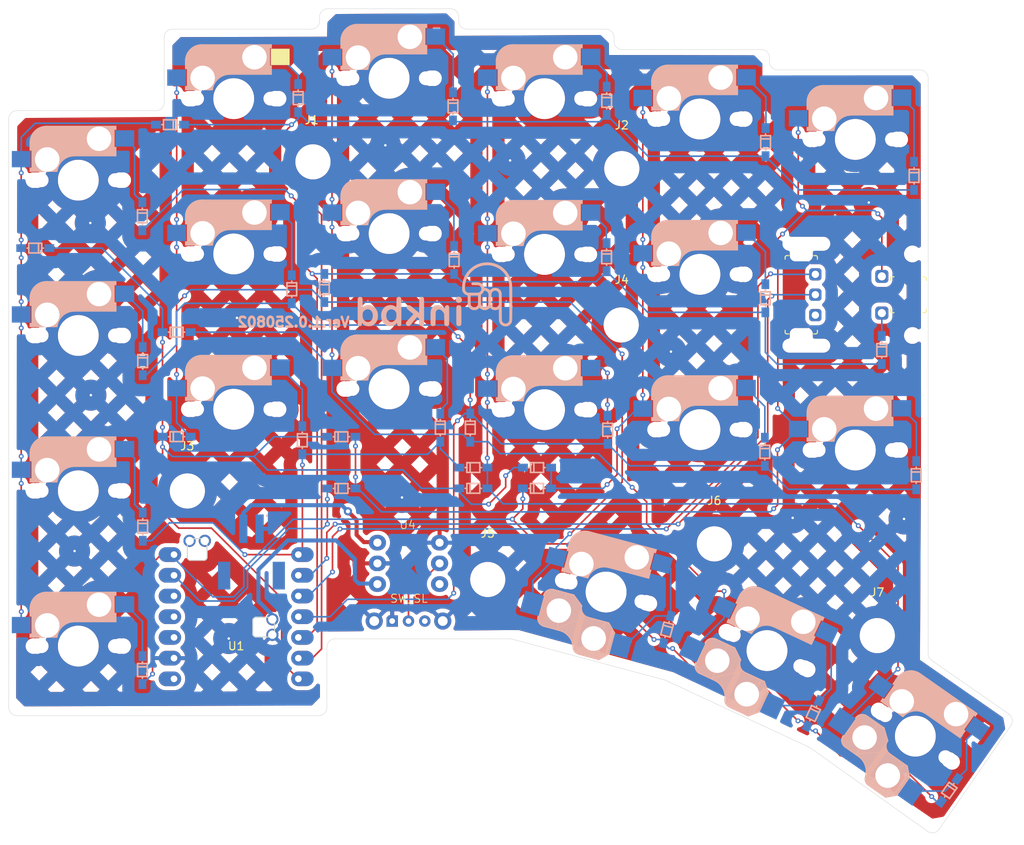
<source format=kicad_pcb>
(kicad_pcb (version 20241229) (generator "pcbnew") (generator_version "9.0")
  (layers (0 "F.Cu" signal) (2 "B.Cu" signal) (13 "F.Paste" user) (15 "B.Paste" user) (5 "F.SilkS" user "F.Silkscreen") (7 "B.SilkS" user "B.Silkscreen") (1 "F.Mask" user) (3 "B.Mask" user) (25 "Edge.Cuts" user))
  (net 0 "")
  (net 1 "GND")
  (net 2 "Vout")
  (net 3 "RE_B")
  (net 4 "IO2")
  (net 5 "INTR")
  (net 6 "Bat")
  (net 7 "IO1")
  (net 8 "IO3")
  (net 9 "Net-(D24-K)")
  (net 10 "Net-(D30-K)")
  (net 11 "IO4")
  (net 12 "Net-(D40-K)")
  (net 13 "IO6")
  (net 14 "x")
  (net 15 "EN")
  (net 18 "3.3V")
  (net 21 "VCC")
  (net 23 "Net-(D02-K)")
  (net 24 "Net-(D03-K)")
  (net 25 "Net-(DI1-A)")
  (net 26 "Net-(DI2-A)")
  (net 27 "Net-(DI3-A)")
  (net 28 "Net-(DI4-A)")
  (net 29 "Net-(DI5-A)")
  (net 30 "Net-(DI6-A)")
  (net 31 "Net-(D04-K)")
  (net 32 "Net-(D05-K)")
  (net 33 "Net-(D10-K)")
  (net 34 "Net-(D12-K)")
  (net 35 "Net-(D13-K)")
  (net 36 "Net-(D14-K)")
  (net 37 "Net-(D15-K)")
  (net 38 "Net-(D20-K)")
  (net 39 "Net-(D25-K)")
  (net 40 "IO5")
  (net 41 "Net-(D01-K)")
  (net 42 "Net-(D21-K)")
  (net 43 "Net-(D23-K)")
  (net 44 "Net-(D31-K)")
  (net 45 "Net-(D32-K)")
  (net 46 "Net-(D41-K)")
  (net 47 "Net-(D42-K)")
  (net 48 "Net-(D43-K)")
  (net 49 "RE_A")
  (footprint "_kicad_footprints:SW_MX" (layer "F.Cu") (at 176.93 60.697797 180)
    (property "Reference" "SW" (hide yes))
    (property "Value" "SW_PUSH" (hide yes))
  )
  (footprint "roBa:Diode_SMD" (layer "F.Cu") (at 165.5 55.709675 -90)
    (property "Reference" "D03")
    (property "Value" "1N4148" (hide yes))
  )
  (footprint "roBa:Diode_SMD" (layer "F.Cu") (at 154.173438 106.0228)
    (property "Reference" "DS5")
    (property "Value" "1N4148" (hide yes))
  )
  (footprint "_kicad_footprints:SW_MX" (layer "F.Cu") (at 119.78001 58.1978 180)
    (property "Reference" "SW" (hide yes))
    (property "Value" "SW_PUSH" (hide yes))
  )
  (footprint "roBa:Diode_SMD" (layer "F.Cu") (at 109.996875 99.6828)
    (property "Reference" "DI2")
    (property "Value" "1N4148" (hide yes))
  )
  (footprint "_kicad_footprints:SW_MX" (layer "F.Cu") (at 138.83 93.7978 180)
    (property "Reference" "SW" (hide yes))
    (property "Value" "SW_PUSH" (hide yes))
  )
  (footprint "roBa:Diode_SMD" (layer "F.Cu") (at 148.78 95.796238 -90)
    (property "Reference" "DS3")
    (property "Value" "1N4148" (hide yes))
  )
  (footprint "_kicad_footprints:SW_MX" (layer "F.Cu") (at 100.73 68.19784 180)
    (property "Reference" "SW" (hide yes))
    (property "Value" "SW_PUSH" (hide yes))
  )
  (footprint "_kicad_footprints:SW_MX" (layer "F.Cu") (at 119.78 96.2978 180)
    (property "Reference" "SW" (hide yes))
    (property "Value" "SW_PUSH" (hide yes))
  )
  (footprint "roBa:Diode_SMD" (layer "F.Cu") (at 145.1 95.796238 -90)
    (property "Reference" "D32")
    (property "Value" "1N4148" (hide yes))
  )
  (footprint "MountingHole:MountingHole_4.3mm_M4" (layer "F.Cu") (at 129.56 65.9728 180)
    (property "Reference" "J1" (hide yes))
    (property "Value" "Conn_01x01-Connector_Generic" (hide yes))
  )
  (footprint "MountingHole:MountingHole_4.3mm_M4" (layer "F.Cu") (at 178.7 112.8328)
    (property "Reference" "J6")
    (property "Value" "Conn_01x01-Connector_Generic" (hide yes))
  )
  (footprint "THQWGD001:THQWGD001C [4pin] #1_1" (layer "F.Cu") (at 195.98 82.2728)
    (property "Reference" "REF**" (hide yes))
    (property "Value" "THQWGD001 with Click #1" (hide yes))
  )
  (footprint "_kicad_footprints:SW_MX" (layer "F.Cu") (at 157.88 96.3478 180)
    (property "Reference" "SW" (hide yes))
    (property "Value" "SW_PUSH" (hide yes))
  )
  (footprint "roBa:Diode_SMD" (layer "F.Cu") (at 130.89 78.669675 -90)
    (property "Reference" "DS2")
    (property "Value" "1N4148" (hide yes))
  )
  (footprint "roBa:Diode_SMD" (layer "F.Cu") (at 203.44 101.636238 -90)
    (property "Reference" "D25")
    (property "Value" "1N4148" (hide yes))
  )
  (footprint "roBa:Diode_SMD" (layer "F.Cu") (at 108.63 107.949675 -90)
    (property "Reference" "D30")
    (property "Value" "1N4148" (hide yes))
  )
  (footprint "_kicad_footprints:SW_MX" (layer "F.Cu") (at 157.88 58.1978 180)
    (property "Reference" "SW" (hide yes))
    (property "Value" "SW_PUSH" (hide yes))
  )
  (footprint "roBa:Diode_SMD" (layer "F.Cu") (at 108.62 87.632515 -90)
    (property "Reference" "D20")
    (property "Value" "1N4148" (hide yes))
  )
  (footprint "roBa:Diode_SMD" (layer "F.Cu") (at 146.660015 56.397484 -90)
    (property "Reference" "D02")
    (property "Value" "1N4148" (hide yes))
  )
  (footprint "_kicad_footprints:SW_MX" (layer "F.Cu") (at 195.98 101.297817 180)
    (property "Reference" "SW" (hide yes))
    (property "Value" "SW_PUSH" (hide yes))
  )
  (footprint "roBa:Diode_SMD" (layer "F.Cu") (at 191.998585 131.114928 -115)
    (property "Reference" "D42")
    (property "Value" "1N4148" (hide yes))
  )
  (footprint "roBa:Diode_SMD" (layer "F.Cu") (at 199.22 86.279675 -90)
    (property "Reference" "D15")
    (property "Value" "1N4148" (hide yes))
  )
  (footprint "roBa:Diode_SMD" (layer "F.Cu") (at 173.619032 120.66171 -105)
    (property "Reference" "D41")
    (property "Value" "1N4148" (hide yes))
  )
  (footprint "roBa:Diode_SMD" (layer "F.Cu") (at 128.19 97.346238 -90)
    (property "Reference" "D31")
    (property "Value" "1N4148" (hide yes))
  )
  (footprint "_kicad_footprints:SW_MX" (layer "F.Cu") (at 195.98 63.197804 180)
    (property "Reference" "SW" (hide yes))
    (property "Value" "SW_PUSH" (hide yes))
  )
  (footprint "roBa:Diode_SMD" (layer "F.Cu") (at 108.58 69.869675 -90)
    (property "Reference" "D10")
    (property "Value" "1N4148" (hide yes))
  )
  (footprint "_kicad_footprints:SW_MX" (layer "F.Cu") (at 176.93 98.79781 180)
    (property "Reference" "SW" (hide yes))
    (property "Value" "SW_PUSH" (hide yes))
  )
  (footprint "roBa:Diode_SMD" (layer "F.Cu") (at 184.98 60.778778 -90)
    (property "Reference" "D04")
    (property "Value" "1N4148" (hide yes))
  )
  (footprint "_kicad_footprints:SW_MX_Choc" (layer "F.Cu") (at 165.43 118.716394 165)
    (property "Reference" "SW" (hide yes))
    (property "Value" "SW_PUSH" (hide yes))
  )
  (footprint "roBa:XIAO_nRF52840_wBAT_wNFC_1" (layer "F.Cu") (at 120.079993 132.269999 180)
    (property "Reference" "U1")
    (property "Value" "~" (hide yes))
    (fp_line (start 5.985247 17.791753) (end 5.985247 19.391953) (stroke (width 0.12)) (layer "Edge.Cuts"))
    (fp_line (start 5.299447 20.077753) (end 4.258047 20.077753) (stroke (width 0.12)) (layer "Edge.Cuts"))
    (fp_line (start 3.953247 17.410753) (end 5.604247 17.410753) (stroke (width 0.12)) (layer "Edge.Cuts"))
    (fp_line (start 3.572247 19.391953) (end 3.572247 17.791753) (stroke (width 0.12)) (layer "Edge.Cuts"))
    (fp_line (start -2.040753 8.403247) (end -2.040753 10.054247) (stroke (width 0.12)) (layer "Edge.Cuts"))
    (fp_line (start -2.421753 10.435247) (end -4.021953 10.435247) (stroke (width 0.12)) (layer "Edge.Cuts"))
    (fp_line (start -4.021953 8.022247) (end -2.421753 8.022247) (stroke (width 0.12)) (layer "Edge.Cuts"))
    (fp_line (start -4.707753 9.749447) (end -4.707753 8.708047) (stroke (width 0.12)) (layer "Edge.Cuts"))
    (fp_arc (start 5.604247 17.410753) (mid 5.873656 17.522344) (end 5.985247 17.791753) (stroke (width 0.12)) (layer "Edge.Cuts"))
    (fp_arc (start 5.299447 20.077753) (mid 5.38164 19.474141) (end 5.985247 19.391953) (stroke (width 0.12)) (layer "Edge.Cuts"))
    (fp_arc (start 3.572247 19.391953) (mid 4.175856 19.474144) (end 4.258047 20.077753) (stroke (width 0.12)) (layer "Edge.Cuts"))
    (fp_arc (start 3.572247 17.791753) (mid 3.683838 17.522342) (end 3.953247 17.410753) (stroke (width 0.12)) (layer "Edge.Cuts"))
    (fp_arc (start -2.040753 10.054247) (mid -2.152344 10.323656) (end -2.421753 10.435247) (stroke (width 0.12)) (layer "Edge.Cuts"))
    (fp_arc (start -2.421753 8.022247) (mid -2.152343 8.133837) (end -2.040753 8.403247) (stroke (width 0.12)) (layer "Edge.Cuts"))
    (fp_arc (start -4.021953 8.022247) (mid -4.104144 8.625856) (end -4.707753 8.708047) (stroke (width 0.12)) (layer "Edge.Cuts"))
    (fp_arc (start -4.707753 9.749447) (mid -4.104144 9.831638) (end -4.021953 10.435247) (stroke (width 0.12)) (layer "Edge.Cuts"))
  )
  (footprint "roBa:Diode_SMD" (layer "F.Cu") (at 203.18 64.916238 -90)
    (property "Reference" "D05")
    (property "Value" "1N4148" (hide yes))
  )
  (footprint "roBa:Diode_SMD" (layer "F.Cu") (at 184.89 98.758778 -90)
    (property "Reference" "D24")
    (property "Value" "1N4148" (hide yes))
  )
  (footprint "roBa:Diode_SMD" (layer "F.Cu") (at 130.196875 99.6928)
    (property "Reference" "DI6")
    (property "Value" "1N4148" (hide yes))
  )
  (footprint "_kicad_footprints:SW_MX" (layer "F.Cu") (at 176.93 79.74781 180)
    (property "Reference" "SW" (hide yes))
    (property "Value" "SW_PUSH" (hide yes))
  )
  (footprint "MountingHole:MountingHole_4.3mm_M4" (layer "F.Cu") (at 114.1 106.3428 180)
    (property "Reference" "J3")
    (property "Value" "Conn_01x01-Connector_Generic" (hide yes))
  )
  (footprint "roBa:Diode_SMD" (layer "F.Cu") (at 109.996875 86.8628)
    (property "Reference" "DI3")
    (property "Value" "1N4148" (hide yes))
  )
  (footprint "roBa:Diode_SMD" (layer "F.Cu") (at 165.62 96.057475 -90)
    (property "Reference" "D23")
    (property "Value" "1N4148" (hide yes))
  )
  (footprint "roBa:Diode_SMD" (layer "F.Cu") (at 146.376875 103.4728)
    (property "Reference" "DS4")
    (property "Value" "1N4148" (hide yes))
  )
  (footprint "roBa:Diode_SMD" (layer "F.Cu") (at 114.746563 61.4128 180)
    (property "Reference" "DS1")
    (property "Value" "1N4148" (hide yes))
  )
  (footprint "_kicad_footprints:SW_MX" (layer "F.Cu") (at 157.88 77.2978 180)
    (property "Reference" "SW" (hide yes))
    (property "Value" "SW_PUSH" (hide yes))
  )
  (footprint "roBa:Diode_SMD" (layer "F.Cu") (at 127.68 55.379675 -90)
    (property "Reference" "D01")
    (property "Value" "1N4148" (hide yes))
  )
  (footprint "roBa:Diode_SMD" (layer "F.Cu") (at 165.49 74.889675 -90)
    (property "Reference" "D13")
    (property "Value" "1N4148" (hide yes))
  )
  (footprint "_kicad_footprints:SW_MX" (layer "F.Cu") (at 119.780005 77.2478 180)
    (property "Reference" "SW" (hide yes))
    (property "Value" "SW_PUSH" (hide yes))
  )
  (footprint "_kicad_footprints:SW_MX" (layer "F.Cu") (at 138.83 74.747805 180)
    (property "Reference" "SW" (hide yes))
    (property "Value" "SW_PUSH" (hide yes))
  )
  (footprint "_kicad_footprints:SW_MX" (layer "F.Cu") (at 100.73 106.29784 180)
    (property "Reference" "SW" (hide yes))
    (property "Value" "SW_PUSH" (hide yes))
  )
  (footprint "pinkeybd:SW_Slide_SK-12D11VG3" (layer "F.Cu") (at 141.205 122.3007)
    (property "Reference" "SW_SL")
    (property "Value" "SK-12D11VG3")
  )
  (footprint "roBa:Diode_SMD" (layer "F.Cu") (at 130.206875 106.0328)
    (property "Reference" "DS6")
    (property "Value" "1N4148" (hide yes))
  )
  (footprint "MountingHole:MountingHole_4.3mm_M4" (layer "F.Cu") (at 167.35 66.8028 180)
    (property "Reference" "J2")
    (property "Value" "Conn_01x01-Connector_Generic" (hide yes))
  )
  (footprint "roBa:Diode_SMD" (layer "F.Cu") (at 146.8 75.234043 -90)
    (property "Reference" "D12")
    (property "Value" "1N4148" (hide yes))
  )
  (footprint "roBa:Diode_SMD" (layer "F.Cu") (at 154.186875 103.4728)
    (property "Reference" "DI5")
    (property "Value" "1N4148" (hide yes))
  )
  (footprint "pinkeybd:dcdc_upconv_bottom" (layer "F.Cu") (at 141.205 119.9757 180)
    (property "Reference" "U4")
    (property "Value" "~" (hide yes))
  )
  (footprint "roBa:Diode_SMD" (layer "F.Cu") (at 184.95 79.928778 -90)
    (property "Reference" "D14")
    (property "Value" "1N4148" (hide yes))
  )
  (footprint "roBa:Diode_SMD" (layer "F.Cu") (at 126.9 78.826238 -90)
    (property "Reference" "D21")
    (property "Value" "1N4148" (hide yes))
  )
  (footprint "MountingHole:MountingHole_4.3mm_M4" (layer "F.Cu") (at 167.35 85.9828 180)
    (property "Reference" "J4" (hide yes))
    (property "Value" "Conn_01x01-Connector_Generic" (hide yes))
  )
  (footprint "roBa:Diode_SMD" (layer "F.Cu") (at 98.233125 76.5528 180)
    (property "Reference" "DI1")
    (property "Value" "1N4148" (hide yes))
  )
  (footprint "_kicad_footprints:SW_MX" (layer "F.Cu") (at 100.73 87.24784 180)
    (property "Reference" "SW" (hide yes))
    (property "Value" "SW_PUSH" (hide yes))
  )
  (footprint "_kicad_footprints:SW_MX_Choc" (layer "F.Cu") (at 185.163545 125.898817 155)
    (property "Reference" "SW" (hide yes))
    (property "Value" "SW_PUSH" (hide yes))
  )
  (footprint "_kicad_footprints:SW_MX_Choc" (layer "F.Cu") (at 203.350078 136.398817 145)
    (property "Reference" "SW" (hide yes))
    (property "Value" "SW_PUSH" (hide yes))
  )
  (footprint "MountingHole:MountingHole_4.3mm_M4" (layer "F.Cu") (at 198.67 124.0828)
    (property "Reference" "J7")
    (property "Value" "Conn_01x01-Connector_Generic" (hide yes))
  )
  (footprint "roBa:Diode_SMD" (layer "F.Cu") (at 146.376875 106.0228)
    (property "Reference" "DI4")
    (property "Value" "1N4148" (hide yes))
  )
  (footprint "roBa:Diode_SMD" (layer "F.Cu") (at 108.59 125.53334 -90)
    (property "Reference" "D40")
    (property "Value" "1N4148" (hide yes))
  )
  (footprint "roBa:Diode_SMD" (layer "F.Cu") (at 209.093065 140.791458 -125)
    (property "Reference" "D43")
    (property "Value" "1N4148" (hide yes))
  )
  (footprint "_kicad_footprints:SW_MX" (layer "F.Cu") (at 100.73 125.34784 180)
    (property "Reference" "SW" (hide yes))
    (property "Value" "SW_PUSH" (hide yes))
  )
  (footprint "_kicad_footprints:SW_MX" (layer "F.Cu") (at 138.830015 55.697809 180)
    (property "Reference" "SW" (hide yes))
    (property "Value" "SW_PUSH" (hide yes))
  )
  (footprint "MountingHole:MountingHole_4.3mm_M4" (layer "F.Cu") (at 150.92 117.2028 180)
    (property "Reference" "J5")
    (property "Value" "Conn_01x01-Connector_Generic" (hide yes))
  )
  (footprint "roBa:JST_S2B-PH-SM4-TB" (layer "B.Cu") (at 121.959 110.975)
    (property "Reference" "BT1" (hide yes))
    (property "Value" "BATT")
  )
  (footprint "pinkeybd:Pinkbd_logo_footprint" (layer "B.Cu") (at 144.28049 82.157084 180)
    (property "Reference" "G***" (hide yes))
    (property "Value" "LOGO" (hide yes))
  )
  (gr_line (start 172.658721 129.540211) (end 190.317466 137.774256) (stroke (width 0.05)) (layer "Edge.Cuts"))
  (gr_line (start 166.405 50.697867) (end 166.405 51.197867) (stroke (width 0.05)) (layer "Edge.Cuts"))
  (gr_line (start 112.255 49.697867) (end 129.305 49.697867) (stroke (width 0.05)) (layer "Edge.Cuts"))
  (gr_arc (start 92.205 60.697867) (mid 92.497905 59.990782) (end 93.205 59.697867) (stroke (width 0.05)) (layer "Edge.Cuts"))
  (gr_arc (start 111.255 50.697867) (mid 111.547905 49.990782) (end 112.255 49.697867) (stroke (width 0.05)) (layer "Edge.Cuts"))
  (gr_arc (start 203.905 54.697867) (mid 204.612118 54.990758) (end 204.905 55.697867) (stroke (width 0.05)) (layer "Edge.Cuts"))
  (gr_arc (start 205.337711 127.120864) (mid 205.019746 126.762489) (end 204.905 126.297345) (stroke (width 0.05)) (layer "Edge.Cuts"))
  (gr_line (start 132.205 124.475734) (end 153.626183 124.475734) (stroke (width 0.05)) (layer "Edge.Cuts"))
  (gr_line (start 204.905 55.697867) (end 204.905 126.297345) (stroke (width 0.05)) (layer "Edge.Cuts"))
  (gr_arc (start 167.405 52.197867) (mid 166.697905 51.904972) (end 166.405 51.197867) (stroke (width 0.05)) (layer "Edge.Cuts"))
  (gr_arc (start 93.205 133.89784) (mid 92.497893 133.604947) (end 92.205 132.89784) (stroke (width 0.05)) (layer "Edge.Cuts"))
  (gr_arc (start 130.305 48.197867) (mid 130.597893 47.49076) (end 131.305 47.197867) (stroke (width 0.05)) (layer "Edge.Cuts"))
  (gr_arc (start 131.205 132.89784) (mid 130.912107 133.604947) (end 130.205 133.89784) (stroke (width 0.05)) (layer "Edge.Cuts"))
  (gr_line (start 153.885002 124.509808) (end 172.658721 129.540211) (stroke (width 0.05)) (layer "Edge.Cuts"))
  (gr_line (start 131.205 132.89784) (end 131.205 125.475734) (stroke (width 0.05)) (layer "Edge.Cuts"))
  (gr_arc (start 165.405 49.697867) (mid 166.112118 49.990758) (end 166.405 50.697867) (stroke (width 0.05)) (layer "Edge.Cuts"))
  (gr_line (start 148.355 49.697867) (end 165.405 49.697867) (stroke (width 0.05)) (layer "Edge.Cuts"))
  (gr_line (start 185.455 53.197867) (end 185.455 53.697867) (stroke (width 0.05)) (layer "Edge.Cuts"))
  (gr_line (start 186.455 54.697867) (end 203.905 54.697867) (stroke (width 0.05)) (layer "Edge.Cuts"))
  (gr_arc (start 131.205 125.475734) (mid 131.497893 124.768627) (end 132.205 124.475734) (stroke (width 0.05)) (layer "Edge.Cuts"))
  (gr_line (start 93.205 59.697867) (end 110.255 59.697867) (stroke (width 0.05)) (layer "Edge.Cuts"))
  (gr_arc (start 190.317466 137.774256) (mid 190.397915 137.816377) (end 190.474211 137.865622) (stroke (width 0.05)) (layer "Edge.Cuts"))
  (gr_line (start 130.305 48.697867) (end 130.305 48.197867) (stroke (width 0.05)) (layer "Edge.Cuts"))
  (gr_arc (start 153.626183 124.475734) (mid 153.756709 124.484289) (end 153.885002 124.509808) (stroke (width 0.05)) (layer "Edge.Cuts"))
  (gr_arc (start 186.455 54.697867) (mid 185.747905 54.404972) (end 185.455 53.697867) (stroke (width 0.05)) (layer "Edge.Cuts"))
  (gr_line (start 131.305 47.197867) (end 146.355 47.197867) (stroke (width 0.05)) (layer "Edge.Cuts"))
  (gr_line (start 205.337711 127.120864) (end 214.795848 133.705537) (stroke (width 0.05)) (layer "Edge.Cuts"))
  (gr_line (start 111.255 58.697867) (end 111.255 50.697867) (stroke (width 0.05)) (layer "Edge.Cuts"))
  (gr_arc (start 111.255 58.697867) (mid 110.962118 59.404995) (end 110.255 59.697867) (stroke (width 0.05)) (layer "Edge.Cuts"))
  (gr_arc (start 130.305 48.697867) (mid 130.012118 49.404995) (end 129.305 49.697867) (stroke (width 0.05)) (layer "Edge.Cuts"))
  (gr_line (start 215.051585 135.097003) (end 206.251138 147.849918) (stroke (width 0.05)) (layer "Edge.Cuts"))
  (gr_line (start 92.205 132.89784) (end 92.205 60.697867) (stroke (width 0.05)) (layer "Edge.Cuts"))
  (gr_arc (start 148.355 49.697867) (mid 147.647893 49.404974) (end 147.355 48.697867) (stroke (width 0.05)) (layer "Edge.Cuts"))
  (gr_arc (start 184.455 52.197867) (mid 185.162118 52.490758) (end 185.455 53.197867) (stroke (width 0.05)) (layer "Edge.Cuts"))
  (gr_line (start 93.205 133.89784) (end 130.205 133.89784) (stroke (width 0.05)) (layer "Edge.Cuts"))
  (gr_line (start 190.474211 137.865622) (end 204.848204 148.096653) (stroke (width 0.05)) (layer "Edge.Cuts"))
  (gr_arc (start 206.251138 147.849918) (mid 205.601302 148.266847) (end 204.848204 148.096653) (stroke (width 0.05)) (layer "Edge.Cuts"))
  (gr_line (start 147.355 48.197867) (end 147.355 48.697867) (stroke (width 0.05)) (layer "Edge.Cuts"))
  (gr_arc (start 146.355 47.197867) (mid 147.062107 47.49076) (end 147.355 48.197867) (stroke (width 0.05)) (layer "Edge.Cuts"))
  (gr_line (start 167.405 52.197867) (end 184.455 52.197867) (stroke (width 0.05)) (layer "Edge.Cuts"))
  (gr_arc (start 214.795848 133.705537) (mid 215.212059 134.348275) (end 215.051585 135.097003) (stroke (width 0.05)) (layer "Edge.Cuts"))
  (gr_text "J4" (at 167.35 80.4328 0) (layer "F.SilkS") (effects (font (size 1 1))))
  (gr_text "J1" (at 129.34 60.8428 0) (layer "F.SilkS") (effects (font (size 1 1))))
  (gr_text "Ver.1.0.250802" (at 134.13 86.3428 0) (layer "B.SilkS") (effects (font (size 1.2 1.2) (thickness 0.3) (bold yes)) (justify left bottom mirror)))
  (via (at 197.63 70.9628) (size 0.6) (drill 0.3) (layers "F.Cu" "B.Cu") (net 1))
  (via (at 138.37 63.9428) (size 0.6) (drill 0.3) (layers "F.Cu" "B.Cu") (net 1))
  (via (at 188.3 109.6428) (size 0.6) (drill 0.3) (layers "F.Cu" "B.Cu") (net 1))
  (via (at 120.17 85.1128) (size 0.6) (drill 0.3) (layers "F.Cu" "B.Cu") (net 1))
  (via (at 173.38 89.2528) (size 0.6) (drill 0.3) (layers "F.Cu" "B.Cu") (net 1))
  (via (at 100.27 113.7128) (size 0.6) (drill 0.3) (layers "F.Cu" "B.Cu") (net 1))
  (via (at 140.41 107.1428) (size 0.6) (drill 0.3) (layers "F.Cu" "B.Cu") (net 1))
  (via (at 102.2 73.4728) (size 0.6) (drill 0.3) (layers "F.Cu" "B.Cu") (net 1))
  (via (at 153.66 65.8028) (size 0.6) (drill 0.3) (layers "F.Cu" "B.Cu") (net 1))
  (via (at 102.27 94.5928) (size 0.6) (drill 0.3) (layers "F.Cu" "B.Cu") (net 1))
  (via (at 201.95 109.7728) (size 0.6) (drill 0.3) (layers "F.Cu" "B.Cu") (net 1))
  (via (at 119.17 124.4428) (size 0.6) (drill 0.3) (layers "F.Cu" "B.Cu") (net 1))
  (segment (start 134.63 117.2228) (end 135.10625 117.69905) (width 0.5) (layer "B.Cu") (net 2))
  (segment (start 122.81 115.9928) (end 122.81 119.8528) (width 0.5) (layer "B.Cu") (net 2))
  (segment (start 134.63 114.7028) (end 134.63 117.2228) (width 0.5) (layer "B.Cu") (net 2))
  (segment (start 122.81 119.8528) (end 124.524993 121.567793) (width 0.5) (layer "B.Cu") (net 2))
  (segment (start 124.252946 121.814952) (end 124.524993 122.086999) (width 0.5) (layer "B.Cu") (net 2))
  (segment (start 131.97375 112.4128) (end 126.39 112.4128) (width 0.5) (layer "B.Cu") (net 2))
  (segment (start 135.10625 117.69905) (end 137.26 117.69905) (width 0.5) (layer "B.Cu") (net 2))
  (segment (start 132.34 112.4128) (end 134.63 114.7028) (width 0.5) (layer "B.Cu") (net 2))
  (segment (start 126.39 112.4128) (end 122.81 115.9928) (width 0.5) (layer "B.Cu") (net 2))
  (segment (start 131.97375 112.4128) (end 132.34 112.4128) (width 0.5) (layer "B.Cu") (net 2))
  (segment (start 124.524993 121.567793) (end 124.524993 122.086999) (width 0.5) (layer "B.Cu") (net 2))
  (segment (start 185.74 82.4428) (end 185.68 82.4428) (width 0.2) (layer "F.Cu") (net 3))
  (segment (start 185.24 82.8828) (end 185.24 99.4128) (width 0.2) (layer "F.Cu") (net 3))
  (segment (start 174.304265 110.348535) (end 174.304265 110.357065) (width 0.2) (layer "F.Cu") (net 3))
  (segment (start 174.304265 110.357065) (end 174.25853 110.4028) (width 0.2) (layer "F.Cu") (net 3))
  (segment (start 131.19 114.6128) (end 131.19 111.428985) (width 0.2) (layer "F.Cu") (net 3))
  (segment (start 185.68 82.4428) (end 185.24 82.8828) (width 0.2) (layer "F.Cu") (net 3))
  (segment (start 131.19 111.428985) (end 132.212748 110.406237) (width 0.2) (layer "F.Cu") (net 3))
  (segment (start 185.24 99.4128) (end 174.304265 110.348535) (width 0.2) (layer "F.Cu") (net 3))
  (via (at 131.19 114.6128) (size 0.6) (drill 0.3) (layers "F.Cu" "B.Cu") (net 3))
  (via (at 174.25853 110.4028) (size 0.6) (drill 0.3) (layers "F.Cu" "B.Cu") (net 3))
  (via (at 132.212748 110.406237) (size 0.6) (drill 0.3) (layers "F.Cu" "B.Cu") (net 3))
  (via (at 185.74 82.4428) (size 0.6) (drill 0.3) (layers "F.Cu" "B.Cu") (net 3))
  (segment (start 174.25853 110.4028) (end 154.193381 110.4028) (width 0.2) (layer "B.Cu") (net 3))
  (segment (start 131.19 114.6628) (end 129.162801 116.689999) (width 0.2) (layer "B.Cu") (net 3))
  (segment (start 132.216185 110.4028) (end 132.212748 110.406237) (width 0.2) (layer "B.Cu") (net 3))
  (segment (start 185.74 82.4428) (end 185.91 82.2728) (width 0.2) (layer "B.Cu") (net 3))
  (segment (start 153.686619 110.4028) (end 132.216185 110.4028) (width 0.2) (layer "B.Cu") (net 3))
  (segment (start 131.19 114.6128) (end 131.19 114.6628) (width 0.2) (layer "B.Cu") (net 3))
  (segment (start 129.162801 116.689999) (end 127.699993 116.689999) (width 0.2) (layer "B.Cu") (net 3))
  (segment (start 154.193381 110.4028) (end 154.188943 110.407238) (width 0.2) (layer "B.Cu") (net 3))
  (segment (start 153.691057 110.407238) (end 153.686619 110.4028) (width 0.2) (layer "B.Cu") (net 3))
  (segment (start 154.188943 110.407238) (end 153.691057 110.407238) (width 0.2) (layer "B.Cu") (net 3))
  (segment (start 185.91 82.2728) (end 191.08 82.2728) (width 0.2) (layer "B.Cu") (net 3))
  (segment (start 130.004576 80.297376) (end 130.004576 123.048224) (width 0.2) (layer "F.Cu") (net 4))
  (segment (start 126.83 70.1428) (end 127.94 71.2528) (width 0.2) (layer "F.Cu") (net 4))
  (segment (start 128.742801 124.309999) (end 127.699993 124.309999) (width 0.2) (layer "F.Cu") (net 4))
  (segment (start 127.94 71.2528) (end 127.94 78.2328) (width 0.2) (layer "F.Cu") (net 4))
  (segment (start 127.94 78.2328) (end 129.4 79.6928) (width 0.2) (layer "F.Cu") (net 4))
  (segment (start 129.4 79.6928) (end 130.004576 80.297376) (width 0.2) (layer "F.Cu") (net 4))
  (segment (start 130.004576 123.048224) (end 128.742801 124.309999) (width 0.2) (layer "F.Cu") (net 4))
  (via (at 126.83 70.1428) (size 0.6) (drill 0.3) (layers "F.Cu" "B.Cu") (net 4))
  (via (at 129.4 79.6928) (size 0.6) (drill 0.3) (layers "F.Cu" "B.Cu") (net 4))
  (segment (start 164.2 80.6828) (end 165.49 79.3928) (width 0.2) (layer "B.Cu") (net 4))
  (segment (start 129.4 79.6928) (end 130.86 79.6928) (width 0.2) (layer "B.Cu") (net 4))
  (segment (start 146.681264 79.7228) (end 130.89 79.7228) (width 0.2) (layer "B.Cu") (net 4))
  (segment (start 146.8 79.737168) (end 147.745632 80.6828) (width 0.2) (layer "B.Cu") (net 4))
  (segment (start 184.95 89.3428) (end 184.95 84.431903) (width 0.2) (layer "B.Cu") (net 4))
  (segment (start 147.745632 80.6828) (end 164.2 80.6828) (width 0.2) (layer "B.Cu") (net 4))
  (segment (start 146.695632 79.737168) (end 146.681264 79.7228) (width 0.2) (layer "B.Cu") (net 4))
  (segment (start 126.83 70.1428) (end 126.06 69.3728) (width 0.2) (layer "B.Cu") (net 4))
  (segment (start 130.86 79.6928) (end 130.89 79.7228) (width 0.2) (layer "B.Cu") (net 4))
  (segment (start 199.22 90.7828) (end 186.39 90.7828) (width 0.2) (layer "B.Cu") (net 4))
  (segment (start 165.49 79.3928) (end 170.529103 84.431903) (width 0.2) (layer "B.Cu") (net 4))
  (segment (start 170.529103 84.431903) (end 184.95 84.431903) (width 0.2) (layer "B.Cu") (net 4))
  (segment (start 113.58 69.3728) (end 108.58 74.3728) (width 0.2) (layer "B.Cu") (net 4))
  (segment (start 186.39 90.7828) (end 184.95 89.3428) (width 0.2) (layer "B.Cu") (net 4))
  (segment (start 146.8 79.737168) (end 146.695632 79.737168) (width 0.2) (layer "B.Cu") (net 4))
  (segment (start 126.06 69.3728) (end 113.58 69.3728) (width 0.2) (layer "B.Cu") (net 4))
  (segment (start 117.050057 110.9028) (end 125.66 119.512743) (width 0.2) (layer "F.Cu") (net 5))
  (segment (start 113.03 110.9028) (end 117.050057 110.9028) (width 0.2) (layer "F.Cu") (net 5))
  (segment (start 111.06 108.9328) (end 113.03 110.9028) (width 0.2) (layer "F.Cu") (net 5))
  (segment (start 111.06 100.9428) (end 111.06 108.9328) (width 0.2) (layer "F.Cu") (net 5))
  (segment (start 153.12 104.4728) (end 153.12 105.8728) (width 0.2) (layer "F.Cu") (net 5))
  (segment (start 125.66 119.512743) (end 125.66 127.350006) (width 0.2) (layer "F.Cu") (net 5))
  (segment (start 153.12 105.8728) (end 151.03 107.9628) (width 0.2) (layer "F.Cu") (net 5))
  (segment (start 125.66 127.350006) (end 127.699993 129.389999) (width 0.2) (layer "F.Cu") (net 5))
  (segment (start 111.05 88.1028) (end 111.05 98.5328) (width 0.2) (layer "F.Cu") (net 5))
  (via (at 111.05 98.5328) (size 0.6) (drill 0.3) (layers "F.Cu" "B.Cu") (net 5))
  (via (at 111.06 100.9428) (size 0.6) (drill 0.3) (layers "F.Cu" "B.Cu") (net 5))
  (via (at 111.05 88.1028) (size 0.6) (drill 0.3) (layers "F.Cu" "B.Cu") (net 5))
  (via (at 151.03 107.9628) (size 0.6) (drill 0.3) (layers "F.Cu" "B.Cu") (net 5))
  (via (at 153.12 104.4728) (size 0.6) (drill 0.3) (layers "F.Cu" "B.Cu") (net 5))
  (segment (start 140.54 103.7628) (end 123.92 103.7628) (width 0.2) (layer "B.Cu") (net 5))
  (segment (start 111.05 86.8628) (end 111.05 88.1028) (width 0.2) (layer "B.Cu") (net 5))
  (segment (start 147.43 106.0228) (end 142.8 106.0228) (width 0.2) (layer "B.Cu") (net 5))
  (segment (start 111.06 100.9428) (end 112.24 102.1228) (width 0.2) (layer "B.Cu") (net 5))
  (segment (start 131.25 99.6928) (end 124.71 99.6928) (width 0.2) (layer "B.Cu") (net 5))
  (segment (start 111.05 98.5328) (end 111.05 99.6828) (width 0.2) (layer "B.Cu") (net 5))
  (segment (start 147.43 106.4828) (end 147.43 106.0228) (width 0.2) (layer "B.Cu") (net 5))
  (segment (start 151.03 107.9628) (end 148.91 107.9628) (width 0.2) (layer "B.Cu") (net 5))
  (segment (start 123.92 103.7628) (end 122.28 102.1228) (width 0.2) (layer "B.Cu") (net 5))
  (segment (start 155.24 103.4728) (end 154.12 103.4728) (width 0.2) (layer "B.Cu") (net 5))
  (segment (start 111.05 99.6828) (end 111.05 100.9328) (width 0.2) (layer "B.Cu") (net 5))
  (segment (start 97.143438 76.5528) (end 103.63196 76.5528) (width 0.2) (layer "B.Cu") (net 5))
  (segment (start 111.05 83.97084) (end 111.05 86.8628) (width 0.2) (layer "B.Cu") (net 5))
  (segment (start 142.8 106.0228) (end 140.54 103.7628) (width 0.2) (layer "B.Cu") (net 5))
  (segment (start 111.05 100.9328) (end 111.06 100.9428) (width 0.2) (layer "B.Cu") (net 5))
  (segment (start 112.24 102.1228) (end 122.28 102.1228) (width 0.2) (layer "B.Cu") (net 5))
  (segment (start 124.71 99.6928) (end 122.28 102.1228) (width 0.2) (layer "B.Cu") (net 5))
  (segment (start 148.91 107.9628) (end 147.43 106.4828) (width 0.2) (layer "B.Cu") (net 5))
  (segment (start 103.63196 76.5528) (end 111.05 83.97084) (width 0.2) (layer "B.Cu") (net 5))
  (segment (start 131.29 99.6928) (end 131.25 99.6928) (width 0.2) (layer "B.Cu") (net 5))
  (segment (start 154.12 103.4728) (end 153.12 104.4728) (width 0.2) (layer "B.Cu") (net 5))
  (segment (start 134.845 109.9078) (end 134.845 111.7278) (width 0.5) (layer "F.Cu") (net 6))
  (segment (start 133.78 108.8428) (end 134.845 109.9078) (width 0.5) (layer "F.Cu") (net 6))
  (segment (start 134.845 111.7278) (end 135.73625 112.61905) (width 0.5) (layer "F.Cu") (net 6))
  (segment (start 135.73625 112.61905) (end 137.26 112.61905) (width 0.5) (layer "F.Cu") (net 6))
  (via (at 133.78 108.8428) (size 1) (drill 0.5) (layers "F.Cu" "B.Cu") (net 6))
  (segment (start 120.959 109.0438) (end 120.959 110.975) (width 0.5) (layer "B.Cu") (net 6))
  (segment (start 121.91 108.0928) (end 120.959 109.0438) (width 0.5) (layer "B.Cu") (net 6))
  (segment (start 133.03 108.0928) (end 121.91 108.0928) (width 0.5) (layer "B.Cu") (net 6))
  (segment (start 133.78 108.8428) (end 133.03 108.0928) (width 0.5) (layer "B.Cu") (net 6))
  (segment (start 126.87 61.4128) (end 126.87 61.4628) (width 0.2) (layer "F.Cu") (net 7))
  (segment (start 126.21 62.1228) (end 126.21 68.1128) (width 0.2) (layer "F.Cu") (net 7))
  (segment (start 130.55 72.4528) (end 130.55 125.7128) (width 0.2) (layer "F.Cu") (net 7))
  (segment (start 126.21 68.1128) (end 130.55 72.4528) (width 0.2) (layer "F.Cu") (net 7))
  (segment (start 126.87 61.4628) (end 126.21 62.1228) (width 0.2) (layer "F.Cu") (net 7))
  (segment (start 130.55 125.7128) (end 129.412801 126.849999) (width 0.2) (layer "F.Cu") (net 7))
  (segment (start 129.412801 126.849999) (end 127.699993 126.849999) (width 0.2) (layer "F.Cu") (net 7))
  (via (at 126.87 61.4128) (size 0.6) (drill 0.3) (layers "F.Cu" "B.Cu") (net 7))
  (segment (start 126.92 61.4128) (end 127.68 60.6528) (width 0.2) (layer "B.Cu") (net 7))
  (segment (start 146.812206 61.0528) (end 164.66 61.0528) (width 0.2) (layer "B.Cu") (net 7))
  (segment (start 189.11746 69.419363) (end 184.98 65.281903) (width 0.2) (layer "B.Cu") (net 7))
  (segment (start 127.68 60.6528) (end 127.68 59.8828) (width 0.2) (layer "B.Cu") (net 7))
  (segment (start 127.68 59.8828) (end 128.8 61.0028) (width 0.2) (layer "B.Cu") (net 7))
  (segment (start 146.557824 61.0028) (end 146.660015 60.900609) (width 0.2) (layer "B.Cu") (net 7))
  (segment (start 128.8 61.0028) (end 146.557824 61.0028) (width 0.2) (layer "B.Cu") (net 7))
  (segment (start 113.683438 61.4228) (end 113.693438 61.4128) (width 0.2) (layer "B.Cu") (net 7))
  (segment (start 170.569103 65.281903) (end 184.98 65.281903) (width 0.2) (layer "B.Cu") (net 7))
  (segment (start 203.18 69.419363) (end 189.11746 69.419363) (width 0.2) (layer "B.Cu") (net 7))
  (segment (start 165.5 60.2128) (end 170.569103 65.281903) (width 0.2) (layer "B.Cu") (net 7))
  (segment (start 126.87 61.4128) (end 126.92 61.4128) (width 0.2) (layer "B.Cu") (net 7))
  (segment (start 146.660015 60.900609) (end 146.812206 61.0528) (width 0.2) (layer "B.Cu") (net 7))
  (segment (start 126.87 61.4128) (end 113.693438 61.4128) (width 0.2) (layer "B.Cu") (net 7))
  (segment (start 164.66 61.0528) (end 165.5 60.2128) (width 0.2) (layer "B.Cu") (net 7))
  (segment (start 148.77 95.1728) (end 148.77 88.8928) (width 0.2) (layer "F.Cu") (net 8))
  (segment (start 146.75 98.2028) (end 147.21 97.7428) (width 0.2) (layer "F.Cu") (net 8))
  (segment (start 146.75 116.9328) (end 146.75 98.2028) (width 0.2) (layer "F.Cu") (net 8))
  (segment (start 146.75 118.8728) (end 146.75 116.5133) (width 0.2) (layer "F.Cu") (net 8))
  (segment (start 148.77 88.8928) (end 147.285 87.4078) (width 0.2) (layer "F.Cu") (net 8))
  (via (at 147.21 97.7428) (size 0.6) (drill 0.3) (layers "F.Cu" "B.Cu") (net 8))
  (via (at 146.75 118.8728) (size 0.6) (drill 0.3) (layers "F.Cu" "B.Cu") (net 8))
  (via (at 148.77 95.1728) (size 0.6) (drill 0.3) (layers "F.Cu" "B.Cu") (net 8))
  (via (at 147.285 87.4078) (size 0.6) (drill 0.3) (layers "F.Cu" "B.Cu") (net 8))
  (segment (start 112.75 84.3628) (end 112.75 88.4228) (width 0.2) (layer "B.Cu") (net 8))
  (segment (start 145.87 85.9928) (end 129.563437 85.9928) (width 0.2) (layer "B.Cu") (net 8))
  (segment (start 184.89 103.261903) (end 168.321303 103.261903) (width 0.2) (layer "B.Cu") (net 8))
  (segment (start 126.9 83.329363) (end 113.783437 83.329363) (width 0.2) (layer "B.Cu") (net 8))
  (segment (start 168.321303 103.261903) (end 165.62 100.5606) (width 0.2) (layer "B.Cu") (net 8))
  (segment (start 112.75 88.4228) (end 109.03716 92.13564) (width 0.2) (layer "B.Cu") (net 8))
  (segment (start 133.72 119.6328) (end 131.582801 121.769999) (width 0.2) (layer "B.Cu") (net 8))
  (segment (start 146.01 119.6328) (end 133.72 119.6328) (width 0.2) (layer "B.Cu") (net 8))
  (segment (start 203.44 106.139363) (end 187.76746 106.139363) (width 0.2) (layer "B.Cu") (net 8))
  (segment (start 146.35 119.2928) (end 146.01 119.6328) (width 0.2) (layer "B.Cu") (net 8))
  (segment (start 113.783437 83.329363) (end 112.75 84.3628) (width 0.2) (layer "B.Cu") (net 8))
  (segment (start 147.285 87.4078) (end 145.87 85.9928) (width 0.2) (layer "B.Cu") (net 8))
  (segment (start 109.03716 92.13564) (end 108.62 92.13564) (width 0.2) (layer "B.Cu") (net 8))
  (segment (start 148.103437 96.849363) (end 147.21 97.7428) (width 0.2) (layer "B.Cu") (net 8))
  (segment (start 152.5878 100.5606) (end 165.62 100.5606) (width 0.2) (layer "B.Cu") (net 8))
  (segment (start 146.75 118.8728) (end 146.35 119.2728) (width 0.2) (layer "B.Cu") (net 8))
  (segment (start 129.563437 85.9928) (end 126.9 83.329363) (width 0.2) (layer "B.Cu") (net 8))
  (segment (start 187.76746 106.139363) (end 184.89 103.261903) (width 0.2) (layer "B.Cu") (net 8))
  (segment (start 148.77 95.1728) (end 148.76 95.1828) (width 0.2) (layer "B.Cu") (net 8))
  (segment (start 148.78 96.849363) (end 148.103437 96.849363) (width 0.2) (layer "B.Cu") (net 8))
  (segment (start 148.76 95.1828) (end 148.76 96.7328) (width 0.2) (layer "B.Cu") (net 8))
  (segment (start 146.35 119.2728) (end 146.35 119.2928) (width 0.2) (layer "B.Cu") (net 8))
  (segment (start 131.582801 121.769999) (end 127.699993 121.769999) (width 0.2) (layer "B.Cu") (net 8))
  (segment (start 148.77 96.7428) (end 152.5878 100.5606) (width 0.2) (layer "B.Cu") (net 8))
  (segment (start 184.89 95.98781) (end 184.89 99.811903) (width 0.2) (layer "B.Cu") (net 9))
  (segment (start 182.63 93.72781) (end 184.89 95.98781) (width 0.2) (layer "B.Cu") (net 9))
  (segment (start 106.43 101.15284) (end 107.64 102.36284) (width 0.2) (layer "B.Cu") (net 10))
  (segment (start 107.64 102.36284) (end 107.64 108.0128) (width 0.2) (layer "B.Cu") (net 10))
  (segment (start 107.64 108.0128) (end 108.63 109.0028) (width 0.2) (layer "B.Cu") (net 10))
  (segment (start 128.2 113.649992) (end 127.699993 114.149999) (width 0.2) (layer "F.Cu") (net 11))
  (segment (start 128.2 103.1528) (end 128.2 113.649992) (width 0.2) (layer "F.Cu") (net 11))
  (segment (start 121.15 114.1528) (end 121.152801 114.149999) (width 0.2) (layer "F.Cu") (net 11))
  (segment (start 121.152801 114.149999) (end 127.699993 114.149999) (width 0.2) (layer "F.Cu") (net 11))
  (via (at 128.2 103.1528) (size 0.6) (drill 0.3) (layers "F.Cu" "B.Cu") (net 11))
  (via (at 121.15 114.1528) (size 0.6) (drill 0.3) (layers "F.Cu" "B.Cu") (net 11))
  (segment (start 128.19 101.849363) (end 143.55 101.849363) (width 0.2) (layer "B.Cu") (net 11))
  (segment (start 111.9 110.2528) (end 117.25 110.2528) (width 0.2) (layer "B.Cu") (net 11))
  (segment (start 117.25 110.2528) (end 121.15 114.1528) (width 0.2) (layer "B.Cu") (net 11))
  (segment (start 145.1 101.2328) (end 145.19 101.2328) (width 0.2) (layer "B.Cu") (net 11))
  (segment (start 109.7 112.4528) (end 111.9 110.2528) (width 0.2) (layer "B.Cu") (net 11))
  (segment (start 145.1 100.299363) (end 145.1 101.2328) (width 0.2) (layer "B.Cu") (net 11))
  (segment (start 128.19 101.849363) (end 128.19 103.1428) (width 0.2) (layer "B.Cu") (net 11))
  (segment (start 145.19 101.2328) (end 147.43 103.4728) (width 0.2) (layer "B.Cu") (net 11))
  (segment (start 108.63 112.4528) (end 109.7 112.4528) (width 0.2) (layer "B.Cu") (net 11))
  (segment (start 128.19 103.1428) (end 128.2 103.1528) (width 0.2) (layer "B.Cu") (net 11))
  (segment (start 143.55 101.849363) (end 145.1 100.299363) (width 0.2) (layer "B.Cu") (net 11))
  (segment (start 106.43 120.20284) (end 108.59 122.36284) (width 0.2) (layer "B.Cu") (net 12))
  (segment (start 108.59 122.36284) (end 108.59 126.586465) (width 0.2) (layer "B.Cu") (net 12))
  (segment (start 131.26 107.3428) (end 131.26 110.406238) (width 0.2) (layer "F.Cu") (net 13))
  (via (at 131.26 107.3428) (size 0.6) (drill 0.3) (layers "F.Cu" "B.Cu") (net 13))
  (via (at 131.26 110.406238) (size 0.6) (drill 0.3) (layers "F.Cu" "B.Cu") (net 13))
  (segment (start 115.613794 119.8438) (end 112.459993 116.689999) (width 0.2) (layer "B.Cu") (net 13))
  (segment (start 121.47 116.0328) (end 121.47 118.2128) (width 0.2) (layer "B.Cu") (net 13))
  (segment (start 131.26 106.0328) (end 131.26 107.3428) (width 0.2) (layer "B.Cu") (net 13))
  (segment (start 121.47 118.2128) (end 119.839 119.8438) (width 0.2) (layer "B.Cu") (net 13))
  (segment (start 131.26 110.406238) (end 130.713438 110.9528) (width 0.2) (layer "B.Cu") (net 13))
  (segment (start 130.713438 110.9528) (end 126.55 110.9528) (width 0.2) (layer "B.Cu") (net 13))
  (segment (start 119.839 119.8438) (end 115.613794 119.8438) (width 0.2) (layer "B.Cu") (net 13))
  (segment (start 126.55 110.9528) (end 121.47 116.0328) (width 0.2) (layer "B.Cu") (net 13))
  (segment (start 145.015 115.2257) (end 141.205 119.0357) (width 0.2) (layer "F.Cu") (net 15))
  (segment (start 141.205 119.0357) (end 141.205 122.3007) (width 0.2) (layer "F.Cu") (net 15))
  (segment (start 146.69 57.420624) (end 146.660015 57.450609) (width 0.2) (layer "B.Cu") (net 23))
  (segment (start 146.69 52.762794) (end 146.69 57.420624) (width 0.2) (layer "B.Cu") (net 23))
  (segment (start 144.530015 50.602809) (end 146.69 52.762794) (width 0.2) (layer "B.Cu") (net 23))
  (segment (start 165.51 56.7528) (end 165.5 56.7628) (width 0.2) (layer "B.Cu") (net 24))
  (segment (start 163.58 53.1028) (end 165.51 55.0328) (width 0.2) (layer "B.Cu") (net 24))
  (segment (start 165.51 55.0328) (end 165.51 56.7528) (width 0.2) (layer "B.Cu") (net 24))
  (segment (start 93.73 86.3528) (end 93.73 102.0928) (width 0.2) (layer "F.Cu") (net 25))
  (segment (start 93.73 105.4128) (end 93.73 121.1328) (width 0.2) (layer "F.Cu") (net 25))
  (segment (start 93.73 77.7428) (end 93.73 83.1228) (width 0.2) (layer "F.Cu") (net 25))
  (segment (start 93.73 67.3228) (end 93.73 75.5528) (width 0.2) (layer "F.Cu") (net 25))
  (segment (start 93.73 121.1328) (end 93.74 121.1428) (width 0.2) (layer "F.Cu") (net 25))
  (via (at 93.73 86.3528) (size 0.6) (drill 0.3) (layers "F.Cu" "B.Cu") (net 25))
  (via (at 93.73 105.4128) (size 0.6) (drill 0.3) (layers "F.Cu" "B.Cu") (net 25))
  (via (at 93.74 121.1428) (size 0.6) (drill 0.3) (layers "F.Cu" "B.Cu") (net 25))
  (via (at 93.73 102.0928) (size 0.6) (drill 0.3) (layers "F.Cu" "B.Cu") (net 25))
  (via (at 93.73 67.3228) (size 0.6) (drill 0.3) (layers "F.Cu" "B.Cu") (net 25))
  (via (at 93.73 75.5528) (size 0.6) (drill 0.3) (layers "F.Cu" "B.Cu") (net 25))
  (via (at 93.73 77.7428) (size 0.6) (drill 0.3) (layers "F.Cu" "B.Cu") (net 25))
  (via (at 93.73 83.1228) (size 0.6) (drill 0.3) (layers "F.Cu" "B.Cu") (net 25))
  (segment (start 93.73 103.69284) (end 93.73 105.4128) (width 0.2) (layer "B.Cu") (net 25))
  (segment (start 93.73 65.59284) (end 93.73 67.3228) (width 0.2) (layer "B.Cu") (net 25))
  (segment (start 93.74 121.1428) (end 93.73 121.1528) (width 0.2) (layer "B.Cu") (net 25))
  (segment (start 93.73 65.59284) (end 93.73 62.9528) (width 0.2) (layer "B.Cu") (net 25))
  (segment (start 93.73 75.5528) (end 93.73 76.5528) (width 0.2) (layer "B.Cu") (net 25))
  (segment (start 93.73 102.0928) (end 93.73 103.69284) (width 0.2) (layer "B.Cu") (net 25))
  (segment (start 110.072478 61.24184) (end 110.243438 61.4128) (width 0.2) (layer "B.Cu") (net 25))
  (segment (start 95.44096 61.24184) (end 110.072478 61.24184) (width 0.2) (layer "B.Cu") (net 25))
  (segment (start 93.73 76.5528) (end 93.73 77.7428) (width 0.2) (layer "B.Cu") (net 25))
  (segment (start 93.73 121.1528) (end 93.73 122.74284) (width 0.2) (layer "B.Cu") (net 25))
  (segment (start 93.73 62.9528) (end 95.44096 61.24184) (width 0.2) (layer "B.Cu") (net 25))
  (segment (start 93.73 83.1228) (end 93.73 84.64284) (width 0.2) (layer "B.Cu") (net 25))
  (segment (start 93.73 84.64284) (end 93.73 86.3528) (width 0.2) (layer "B.Cu") (net 25))
  (segment (start 113.75 82.4128) (end 112.78 83.3828) (width 0.2) (layer "F.Cu") (net 26))
  (segment (start 112.78 83.3828) (end 112.78 92.0428) (width 0.2) (layer "F.Cu") (net 26))
  (segment (start 113.76 82.4128) (end 113.75 82.4128) (width 0.2) (layer "F.Cu") (net 26))
  (segment (start 112.79 57.4928) (end 112.79 73.0328) (width 0.2) (layer "F.Cu") (net 26))
  (segment (start 167.4 105.2428) (end 167.4 89.5428) (width 0.2) (layer "F.Cu") (net 26))
  (segment (start 161.04 111.6028) (end 167.4 105.2428) (width 0.2) (layer "F.Cu") (net 26))
  (segment (start 112.78 76.4528) (end 112.78 83.3828) (width 0.2) (layer "F.Cu") (net 26))
  (segment (start 112.79 73.0328) (end 112.78 73.0428) (width 0.2) (layer "F.Cu") (net 26))
  (segment (start 160.98 111.6028) (end 161.04 111.6028) (width 0.2) (layer "F.Cu") (net 26))
  (via (at 113.76 82.4128) (size 0.6) (drill 0.3) (layers "F.Cu" "B.Cu") (net 26))
  (via (at 160.98 111.6028) (size 0.6) (drill 0.3) (layers "F.Cu" "B.Cu") (net 26))
  (via (at 112.78 76.4528) (size 0.6) (drill 0.3) (layers "F.Cu" "B.Cu") (net 26))
  (via (at 112.78 92.0428) (size 0.6) (drill 0.3) (layers "F.Cu" "B.Cu") (net 26))
  (via (at 167.4 89.5428) (size 0.6) (drill 0.3) (layers "F.Cu" "B.Cu") (net 26))
  (via (at 112.78 73.0428) (size 0.6) (drill 0.3) (layers "F.Cu" "B.Cu") (net 26))
  (via (at 112.79 57.4928) (size 0.6) (drill 0.3) (layers "F.Cu" "B.Cu") (net 26))
  (segment (start 112.780005 76.452795) (end 112.78 76.4528) (width 0.2) (layer "B.Cu") (net 26))
  (segment (start 112.780005 74.6678) (end 112.780005 76.452795) (width 0.2) (layer "B.Cu") (net 26))
  (segment (start 112.78 73.0428) (end 112.78 74.667795) (width 0.2) (layer "B.Cu") (net 26))
  (segment (start 112.78 92.0428) (end 112.78 93.7178) (width 0.2) (layer "B.Cu") (net 26))
  (segment (start 112.78 97.9628) (end 114.5 99.6828) (width 0.2) (layer "B.Cu") (net 26))
  (segment (start 112.78001 57.48281) (end 112.79 57.4928) (width 0.2) (layer "B.Cu") (net 26))
  (segment (start 156.448715 117.317807) (end 156.448715 120.16627) (width 0.2) (layer "B.Cu") (net 26))
  (segment (start 112.78 74.667795) (end 112.780005 74.6678) (width 0.2) (layer "B.Cu") (net 26))
  (segment (start 160.98 111.6028) (end 159.329802 113.252998) (width 0.2) (layer "B.Cu") (net 26))
  (segment (start 161.03 83.1728) (end 167.4 89.5428) (width 0.2) (layer "B.Cu") (net 26))
  (segment (start 130.89 83.1728) (end 129.37 81.6528) (width 0.2) (layer "B.Cu") (net 26))
  (segment (start 114.52 81.6528) (end 113.76 82.4128) (width 0.2) (layer "B.Cu") (net 26))
  (segment (start 129.37 81.6528) (end 114.52 81.6528) (width 0.2) (layer "B.Cu") (net 26))
  (segment (start 159.329802 114.43672) (end 156.448715 117.317807) (width 0.2) (layer "B.Cu") (net 26))
  (segment (start 130.89 83.1728) (end 161.03 83.1728) (width 0.2) (layer "B.Cu") (net 26))
  (segment (start 159.329802 113.252998) (end 159.329802 114.43672) (width 0.2) (layer "B.Cu") (net 26))
  (segment (start 112.78001 55.6178) (end 112.78001 57.48281) (width 0.2) (layer "B.Cu") (net 26))
  (segment (start 112.78 93.7178) (end 112.78 97.9628) (width 0.2) (layer "B.Cu") (net 26))
  (segment (start 170.4 107.6828) (end 170.4 110.3928) (width 0.2) (layer "F.Cu") (net 27))
  (segment (start 168.63 105.9028) (end 168.63 105.9128) (width 0.2) (layer "F.Cu") (net 27))
  (segment (start 168.63 105.9128) (end 170.4 107.6828) (width 0.2) (layer "F.Cu") (net 27))
  (segment (start 131.83 54.8728) (end 131.83 70.5728) (width 0.2) (layer "F.Cu") (net 27))
  (segment (start 131.83 73.9928) (end 131.83 89.6328) (width 0.2) (layer "F.Cu") (net 27))
  (segment (start 170.4 110.3928) (end 178.64 118.6328) (width 0.2) (layer "F.Cu") (net 27))
  (segment (start 178.64 118.6328) (end 179.89 118.6328) (width 0.2) (layer "F.Cu") (net 27))
  (via (at 131.83 73.9928) (size 0.6) (drill 0.3) (layers "F.Cu" "B.Cu") (net 27))
  (via (at 168.63 105.9028) (size 0.6) (drill 0.3) (layers "F.Cu" "B.Cu") (net 27))
  (via (at 131.83 54.8728) (size 0.6) (drill 0.3) (layers "F.Cu" "B.Cu") (net 27))
  (via (at 131.83 89.6328) (size 0.6) (drill 0.3) (layers "F.Cu" "B.Cu") (net 27))
  (via (at 131.83 70.5728) (size 0.6) (drill 0.3) (layers "F.Cu" "B.Cu") (net 27))
  (via (at 179.89 118.6328) (size 0.6) (drill 0.3) (layers "F.Cu" "B.Cu") (net 27))
  (segment (start 137.065671 99.398363) (end 147.879 99.398363) (width 0.2) (layer "B.Cu") (net 27))
  (segment (start 131.83 89.6328) (end 131.83 91.2428) (width 0.2) (layer "B.Cu") (net 27))
  (segment (start 164.49 101.7628) (end 152.43 101.7628) (width 0.2) (layer "B.Cu") (net 27))
  (segment (start 147.879 99.398363) (end 148.78 100.299363) (width 0.2) (layer "B.Cu") (net 27))
  (segment (start 131.830015 54.872785) (end 131.83 54.8728) (width 0.2) (layer "B.Cu") (net 27))
  (segment (start 150.966563 100.299363) (end 148.78 100.299363) (width 0.2) (layer "B.Cu") (net 27))
  (segment (start 148.77 100.099363) (end 148.78 100.109363) (width 0.2) (layer "B.Cu") (net 27))
  (segment (start 131.83 91.2428) (end 131.83 94.162692) (width 0.2) (layer "B.Cu") (net 27))
  (segment (start 131.83 70.5728) (end 131.83 72.192805) (width 0.2) (layer "B.Cu") (net 27))
  (segment (start 114.5 86.8628) (end 127.45 86.8628) (width 0.2) (layer "B.Cu") (net 27))
  (segment (start 131.83 94.162692) (end 137.065671 99.398363) (width 0.2) (layer "B.Cu") (net 27))
  (segment (start 179.89 120.615693) (end 179.89918 120.624873) (width 0.2) (layer "B.Cu") (net 27))
  (segment (start 131.83 72.192805) (end 131.83 73.9928) (width 0.2) (layer "B.Cu") (net 27))
  (segment (start 179.89918 120.624873) (end 179.89918 121.934839) (width 0.2) (layer "B.Cu") (net 27))
  (segment (start 127.45 86.8628) (end 131.83 91.2428) (width 0.2) (layer "B.Cu") (net 27))
  (segment (start 131.830015 53.142809) (end 131.830015 54.872785) (width 0.2) (layer "B.Cu") (net 27))
  (segment (start 179.89918 121.934839) (end 176.066937 125.767082) (width 0.2) (layer "B.Cu") (net 27))
  (segment (start 152.43 101.7628) (end 150.966563 100.299363) (width 0.2) (layer "B.Cu") (net 27))
  (segment (start 179.89 118.6328) (end 179.89 120.615693) (width 0.2) (layer "B.Cu") (net 27))
  (segment (start 168.63 105.9028) (end 164.49 101.7628) (width 0.2) (layer "B.Cu") (net 27))
  (segment (start 150.88 57.3928) (end 150.88 72.9528) (width 0.2) (layer "F.Cu") (net 28))
  (segment (start 201.21 115.4628) (end 196.355 110.6078) (width 0.2) (layer "F.Cu") (net 28))
  (segment (start 150.87 95.4828) (end 150.87 102.3028) (width 0.2) (layer "F.Cu") (net 28))
  (segment (start 150.88 76.4428) (end 150.88 92.0128) (width 0.2) (layer "F.Cu") (net 28))
  (segment (start 196.355 110.6078) (end 196.345 110.6078) (width 0.2) (layer "F.Cu") (net 28))
  (segment (start 201.21 128.1828) (end 201.21 115.4628) (width 0.2) (layer "F.Cu") (net 28))
  (via (at 150.87 102.3028) (size 0.6) (drill 0.3) (layers "F.Cu" "B.Cu") (net 28))
  (via (at 196.345 110.6078) (size 0.6) (drill 0.3) (layers "F.Cu" "B.Cu") (net 28))
  (via (at 150.87 95.4828) (size 0.6) (drill 0.3) (layers "F.Cu" "B.Cu") (net 28))
  (via (at 150.88 92.0128) (size 0.6) (drill 0.3) (layers "F.Cu" "B.Cu") (net 28))
  (via (at 150.88 57.3928) (size 0.6) (drill 0.3) (layers "F.Cu" "B.Cu") (net 28))
  (via (at 150.88 76.4428) (size 0.6) (drill 0.3) (layers "F.Cu" "B.Cu") (net 28))
  (via (at 150.88 72.9528) (size 0.6) (drill 0.3) (layers "F.Cu" "B.Cu") (net 28))
  (via (at 201.21 128.1828) (size 0.6) (drill 0.3) (layers "F.Cu" "B.Cu") (net 28))
  (segment (start 199.081501 130.290848) (end 194.682875 134.689474) (width 0.2) (layer "B.Cu") (net 28))
  (segment (start 150.88 95.4728) (end 150.87 95.4828) (width 0.2) (layer "B.Cu") (net 28))
  (segment (start 152.81 107.9228) (end 150.88 105.9928) (width 0.2) (layer "B.Cu") (net 28))
  (segment (start 150.88 72.9528) (end 150.88 74.7178) (width 0.2) (layer "B.Cu") (net 28))
  (segment (start 150.88 93.7678) (end 150.88 95.4728) (width 0.2) (layer "B.Cu") (net 28))
  (segment (start 194.682875 134.689474) (end 194.414544 134.689474) (width 0.2) (layer "B.Cu") (net 28))
  (segment (start 193.66 107.9228) (end 152.81 107.9228) (width 0.2) (layer "B.Cu") (net 28))
  (segment (start 201.189549 128.1828) (end 201.21 128.1828) (width 0.2) (layer "B.Cu") (net 28))
  (segment (start 150.88 92.0128) (end 150.88 93.7678) (width 0.2) (layer "B.Cu") (net 28))
  (segment (start 199.081501 130.290848) (end 201.189549 128.1828) (width 0.2) (layer "B.Cu") (net 28))
  (segment (start 150.88 74.7178) (end 150.88 76.4428) (width 0.2) (layer "B.Cu") (net 28))
  (segment (start 196.345 110.6078) (end 193.66 107.9228) (width 0.2) (layer "B.Cu") (net 28))
  (segment (start 150.87 102.3028) (end 150.87 103.4628) (width 0.2) (layer "B.Cu") (net 28))
  (segment (start 150.88 55.6678) (end 150.88 57.3928) (width 0.2) (layer "B.Cu") (net 28))
  (segment (start 150.88 105.9928) (end 150.88 103.3628) (width 0.2) (layer "B.Cu") (net 28))
  (segment (start 150.87 103.4628) (end 150.88 103.4728) (width 0.2) (layer "B.Cu") (net 28))
  (segment (start 169.93 78.9328) (end 169.93 94.5728) (width 0.2) (layer "F.Cu") (net 29))
  (segment (start 165.56 105.5528) (end 166.77 104.3428) (width 0.2) (layer "F.Cu") (net 29))
  (segment (start 169.93 59.9128) (end 169.93 75.5028) (width 0.2) (layer "F.Cu") (net 29))
  (segment (start 166.77 104.3428) (end 166.77 98.7228) (width 0.2) (layer "F.Cu") (net 29))
  (via (at 169.93 75.5028) (size 0.6) (drill 0.3) (layers "F.Cu" "B.Cu") (net 29))
  (via (at 169.93 78.9328) (size 0.6) (drill 0.3) (layers "F.Cu" "B.Cu") (net 29))
  (via (at 169.93 59.9128) (size 0.6) (drill 0.3) (layers "F.Cu" "B.Cu") (net 29))
  (via (at 169.93 94.5728) (size 0.6) (drill 0.3) (layers "F.Cu" "B.Cu") (net 29))
  (via (at 166.77 98.7228) (size 0.6) (drill 0.3) (layers "F.Cu" "B.Cu") (net 29))
  (via (at 165.56 105.5528) (size 0.6) (drill 0.3) (layers "F.Cu" "B.Cu") (net 29))
  (segment (start 165.56 105.5528) (end 165.09 106.0228) (width 0.2) (layer "B.Cu") (net 29))
  (segment (start 169.93 94.5728) (end 169.93 96.26781) (width 0.2) (layer "B.Cu") (net 29))
  (segment (start 169.93 96.26781) (end 169.22499 96.26781) (width 0.2) (layer "B.Cu") (net 29))
  (segment (start 169.93 58.167797) (end 169.93 59.9128) (width 0.2) (layer "B.Cu") (net 29))
  (segment (start 169.22499 96.26781) (end 166.77 98.7228) (width 0.2) (layer "B.Cu") (net 29))
  (segment (start 158.69 106.009363) (end 158.676563 106.0228) (width 0.2) (layer "B.Cu") (net 29))
  (segment (start 165.09 106.0228) (end 158.676563 106.0228) (width 0.2) (layer "B.Cu") (net 29))
  (segment (start 158.69 103.4728) (end 158.69 106.009363) (width 0.2) (layer "B.Cu") (net 29))
  (segment (start 169.93 77.21781) (end 169.93 78.9328) (width 0.2) (layer "B.Cu") (net 29))
  (segment (start 169.93 75.5028) (end 169.93 77.21781) (width 0.2) (layer "B.Cu") (net 29))
  (segment (start 186.44 106.0328) (end 186.44 101.2928) (width 0.2) (layer "F.Cu") (net 30))
  (segment (start 187.06 74.8328) (end 186.48 75.4128) (width 0.2) (layer "F.Cu") (net 30))
  (segment (start 198.74 72.3428) (end 198.74 72.3628) (width 0.2) (layer "F.Cu") (net 30))
  (segment (start 186.47 108.027676) (end 186.47 106.0628) (width 0.2) (layer "F.Cu") (net 30))
  (segment (start 199.12 72.7428) (end 199.14 72.7428) (width 0.2) (layer "F.Cu") (net 30))
  (segment (start 199.23 72.8328) (end 199.23 80.0228) (width 0.2) (layer "F.Cu") (net 30))
  (segment (start 188.98 70.8928) (end 188.98 62.3728) (width 0.2) (layer "F.Cu") (net 30))
  (segment (start 186.47 106.0628) (end 186.44 106.0328) (width 0.2) (layer "F.Cu") (net 30))
  (segment (start 134.71 100.8428) (end 134.71 104.6328) (width 0.2) (layer "F.Cu") (net 30))
  (segment (start 185.974876 108.5228) (end 186.47 108.027676) (width 0.2) (layer "F.Cu") (net 30))
  (segment (start 186.46 96.1528) (end 186.46 96.222817) (width 0.2) (layer "F.Cu") (net 30))
  (segment (start 199.14 72.7428) (end 199.23 72.8328) (width 0.2) (layer "F.Cu") (net 30))
  (segment (start 189.495 71.4078) (end 188.98 70.8928) (width 0.2) (layer "F.Cu") (net 30))
  (segment (start 198.74 72.3628) (end 199.12 72.7428) (width 0.2) (layer "F.Cu") (net 30))
  (segment (start 186.48 96.1328) (end 186.46 96.1528) (width 0.2) (layer "F.Cu") (net 30))
  (segment (start 186.48 75.4128) (end 186.48 96.1328) (width 0.2) (layer "F.Cu") (net 30))
  (via (at 189.495 71.4078) (size 0.6) (drill 0.3) (layers "F.Cu" "B.Cu") (net 30))
  (via (at 188.98 62.3728) (size 0.6) (drill 0.3) (layers "F.Cu" "B.Cu") (net 30))
  (via (at 187.06 74.8328) (size 0.6) (drill 0.3) (layers "F.Cu" "B.Cu") (net 30))
  (via (at 185.974876 108.5228) (size 0.6) (drill 0.3) (layers "F.Cu" "B.Cu") (net 30))
  (via (at 186.44 101.2928) (size 0.6) (drill 0.3) (layers "F.Cu" "B.Cu") (net 30))
  (via (at 134.71 100.8428) (size 0.6) (drill 0.3) (layers "F.Cu" "B.Cu") (net 30))
  (via (at 134.71 104.6328) (size 0.6) (drill 0.3) (layers "F.Cu" "B.Cu") (net 30))
  (via (at 186.46 96.222817) (size 0.6) (drill 0.3) (layers "F.Cu" "B.Cu") (net 30))
  (via (at 198.74 72.3428) (size 0.6) (drill 0.3) (layers "F.Cu" "B.Cu") (net 30))
  (segment (start 185.592438 108.905238) (end 185.974876 108.5228) (width 0.2) (layer "B.Cu") (net 30))
  (segment (start 189.495 71.4078) (end 190.03 71.9428) (width 0.2) (layer "B.Cu") (net 30))
  (segment (start 137.882438 108.905238) (end 185.592438 108.905238) (width 0.2) (layer "B.Cu") (net 30))
  (segment (start 134.7 100.8328) (end 134.71 100.8428) (width 0.2) (layer "B.Cu") (net 30))
  (segment (start 134.7 99.6928) (end 134.7 100.8328) (width 0.2) (layer "B.Cu") (net 30))
  (segment (start 187.06 74.8328) (end 189.95 71.9428) (width 0.2) (layer "B.Cu") (net 30))
  (segment (start 135.046563 106.069363) (end 137.882438 108.905238) (width 0.2) (layer "B.Cu") (net 30))
  (segment (start 198.74 72.3428) (end 198.34 71.9428) (width 0.2) (layer "B.Cu") (net 30))
  (segment (start 186.44 101.282817) (end 186.44 101.2928) (width 0.2) (layer "B.Cu") (net 30))
  (segment (start 188.98 60.642804) (end 188.98 62.3728) (width 0.2) (layer "B.Cu") (net 30))
  (segment (start 189.95 71.9428) (end 191.05 71.9428) (width 0.2) (layer "B.Cu") (net 30))
  (segment (start 134.71 104.6328) (end 134.71 106.0328) (width 0.2) (layer "B.Cu") (net 30))
  (segment (start 190.03 71.9428) (end 191.05 71.9428) (width 0.2) (layer "B.Cu") (net 30))
  (segment (start 188.98 98.742817) (end 186.44 101.282817) (width 0.2) (layer "B.Cu") (net 30))
  (segment (start 186.46 96.222817) (end 188.98 98.742817) (width 0.2) (layer "B.Cu") (net 30))
  (segment (start 198.34 71.9428) (end 191.05 71.9428) (width 0.2) (layer "B.Cu") (net 30))
  (segment (start 134.71 106.0328) (end 134.71 106.079363) (width 0.2) (layer "B.Cu") (net 30))
  (segment (start 182.63 55.627797) (end 185.02 58.017797) (width 0.2) (layer "B.Cu") (net 31))
  (segment (start 185.02 58.017797) (end 185.02 61.791903) (width 0.2) (layer "B.Cu") (net 31))
  (segment (start 185.02 61.791903) (end 184.98 61.831903) (width 0.2) (layer "B.Cu") (net 31))
  (segment (start 201.68 58.102804) (end 203.18 59.602804) (width 0.2) (layer "B.Cu") (net 32))
  (segment (start 203.18 59.602804) (end 203.18 65.969363) (width 0.2) (layer "B.Cu") (net 32))
  (segment (start 106.43 63.05284) (end 107.63 64.25284) (width 0.2) (layer "B.Cu") (net 33))
  (segment (start 107.63 69.9728) (end 108.58 70.9228) (width 0.2) (layer "B.Cu") (net 33))
  (segment (start 107.63 64.25284) (end 107.63 69.9728) (width 0.2) (layer "B.Cu") (net 33))
  (segment (start 146.77 71.892805) (end 146.77 76.257168) (width 0.2) (layer "B.Cu") (net 34))
  (segment (start 146.77 76.257168) (end 146.8 76.287168) (width 0.2) (layer "B.Cu") (net 34))
  (segment (start 144.53 69.652805) (end 146.77 71.892805) (width 0.2) (layer "B.Cu") (net 34))
  (segment (start 165.45 75.9028) (end 165.49 75.9428) (width 0.2) (layer "B.Cu") (net 35))
  (segment (start 165.45 74.0728) (end 165.45 75.9028) (width 0.2) (layer "B.Cu") (net 35))
  (segment (start 163.58 72.2028) (end 165.45 74.0728) (width 0.2) (layer "B.Cu") (net 35))
  (segment (start 184.95 76.99781) (end 182.63 74.67781) (width 0.2) (layer "B.Cu") (net 36))
  (segment (start 184.95 80.981903) (end 184.95 76.99781) (width 0.2) (layer "B.Cu") (net 36))
  (segment (start 199.23 87.3228) (end 199.22 87.3328) (width 0.2) (layer "B.Cu") (net 37))
  (segment (start 199.23 84.5228) (end 199.23 87.3228) (width 0.2) (layer "B.Cu") (net 37))
  (segment (start 108.62 84.29284) (end 108.62 88.68564) (width 0.2) (layer "B.Cu") (net 38))
  (segment (start 106.43 82.10284) (end 108.62 84.29284) (width 0.2) (layer "B.Cu") (net 38))
  (segment (start 203.46 102.669363) (end 203.44 102.689363) (width 0.2) (layer "B.Cu") (net 39))
  (segment (start 203.46 97.982817) (end 203.46 102.669363) (width 0.2) (layer "B.Cu") (net 39))
  (segment (start 201.68 96.202817) (end 203.46 97.982817) (width 0.2) (layer "B.Cu") (net 39))
  (segment (start 183.636314 129.229114) (end 177.146314 129.229114) (width 0.2) (layer "F.Cu") (net 40))
  (segment (start 155.22 108.526238) (end 155.22 107.3128) (width 0.2) (layer "F.Cu") (net 40))
  (segment (start 188.95 134.5428) (end 183.636314 129.229114) (width 0.2) (layer "F.Cu") (net 40))
  (segment (start 164.371 112.8338) (end 156.967562 112.8338) (width 0.2) (layer "F.Cu") (net 40))
  (segment (start 200.33 138.8228) (end 194.15 138.8228) (width 0.2) (layer "F.Cu") (net 40))
  (segment (start 109.83 115.2028) (end 110.882801 114.149999) (width 0.2) (layer "F.Cu") (net 40))
  (segment (start 168.55 117.0128) (end 164.371 112.8338) (width 0.2) (layer "F.Cu") (net 40))
  (segment (start 153.94 109.806238) (end 155.22 108.526238) (width 0.2) (layer "F.Cu") (net 40))
  (segment (start 194.15 138.8228) (end 191.1 135.7728) (width 0.2) (layer "F.Cu") (net 40))
  (segment (start 168.55 121.8128) (end 168.55 117.0128) (width 0.2) (layer "F.Cu") (net 40))
  (segment (start 109.83 128.7928) (end 109.83 115.2028) (width 0.2) (layer "F.Cu") (net 40))
  (segment (start 156.967562 112.8338) (end 153.94 109.806238) (width 0.2) (layer "F.Cu") (net 40))
  (segment (start 110.882801 114.149999) (end 112.459993 114.149999) (width 0.2) (layer "F.Cu") (net 40))
  (segment (start 205.34 143.8328) (end 200.33 138.8228) (width 0.2) (layer "F.Cu") (net 40))
  (segment (start 171.3 124.5628) (end 168.55 121.8128) (width 0.2) (layer "F.Cu") (net 40))
  (segment (start 177.146314 129.229114) (end 173.58 125.6628) (width 0.2) (layer "F.Cu") (net 40))
  (via (at 109.83 128.7928) (size 0.6) (drill 0.3) (layers "F.Cu" "B.Cu") (net 40))
  (via (at 205.34 143.8328) (size 0.6) (drill 0.3) (layers "F.Cu" "B.Cu") (net 40))
  (via (at 173.58 125.6628) (size 0.6) (drill 0.3) (layers "F.Cu" "B.Cu") (net 40))
  (via (at 153.94 109.806238) (size 0.6) (drill 0.3) (layers "F.Cu" "B.Cu") (net 40))
  (via (at 191.1 135.7728) (size 0.6) (drill 0.3) (layers "F.Cu" "B.Cu") (net 40))
  (via (at 155.22 107.3128) (size 0.6) (drill 0.3) (layers "F.Cu" "B.Cu") (net 40))
  (via (at 188.95 134.5428) (size 0.6) (drill 0.3) (layers "F.Cu" "B.Cu") (net 40))
  (via (at 171.3 124.5628) (size 0.6) (drill 0.3) (layers "F.Cu" "B.Cu") (net 40))
  (segment (start 155.226563 107.306237) (end 155.226563 106.0228) (width 0.2) (layer "B.Cu") (net 40))
  (segment (start 172.004942 124.5628) (end 172.453537 125.011395) (width 0.2) (layer "B.Cu") (net 40))
  (segment (start 127.056562 109.806238) (end 121.02 115.8428) (width 0.2) (layer "B.Cu") (net 40))
  (segment (start 190.672137 135.7728) (end 190.095482 135.196145) (width 0.2) (layer "B.Cu") (net 40))
  (segment (start 206.510179 144.480202) (end 205.987402 144.480202) (width 0.2) (layer "B.Cu") (net 40))
  (segment (start 173.58 125.6628) (end 173.104942 125.6628) (width 0.2) (layer "B.Cu") (net 40))
  (segment (start 109.613665 129.009135) (end 109.613665 129.0128) (width 0.2) (layer "B.Cu") (net 40))
  (segment (start 121.02 115.8428) (end 121.02 118.0957) (width 0.2) (layer "B.Cu") (net 40))
  (segment (start 119.7829 119.3328) (end 117.22 119.3328) (width 0.2) (layer "B.Cu") (net 40))
  (segment (start 117.22 119.3328) (end 112.459993 114.572793) (width 0.2) (layer "B.Cu") (net 40))
  (segment (start 121.02 118.0957) (end 119.7829 119.3328) (width 0.2) (layer "B.Cu") (net 40))
  (segment (start 189.442137 134.5428) (end 188.95 134.5428) (width 0.2) (layer "B.Cu") (net 40))
  (segment (start 191.1 135.7728) (end 190.672137 135.7728) (width 0.2) (layer "B.Cu") (net 40))
  (segment (start 109.613665 129.0128) (end 108.59 130.036465) (width 0.2) (layer "B.Cu") (net 40))
  (segment (start 173.104942 125.6628) (end 172.453537 125.011395) (width 0.2) (layer "B.Cu") (net 40))
  (segment (start 205.987402 144.480202) (end 205.34 143.8328) (width 0.2) (layer "B.Cu") (net 40))
  (segment (start 155.22 107.3128) (end 155.226563 107.306237) (width 0.2) (layer "B.Cu") (net 40))
  (segment (start 171.3 124.5628) (end 172.004942 124.5628) (width 0.2) (layer "B.Cu") (net 40))
  (segment (start 112.459993 114.572793) (end 112.459993 114.149999) (width 0.2) (layer "B.Cu") (net 40))
  (segment (start 109.83 128.7928) (end 109.613665 129.009135) (width 0.2) (layer "B.Cu") (net 40))
  (segment (start 153.94 109.806238) (end 127.056562 109.806238) (width 0.2) (layer "B.Cu") (net 40))
  (segment (start 190.095482 135.196145) (end 189.442137 134.5428) (width 0.2) (layer "B.Cu") (net 40))
  (segment (start 125.48001 53.1028) (end 127.68 55.30279) (width 0.2) (layer "B.Cu") (net 41))
  (segment (start 127.68 55.30279) (end 127.68 56.4328) (width 0.2) (layer "B.Cu") (net 41))
  (segment (start 126.9 73.547795) (end 126.9 79.879363) (width 0.2) (layer "B.Cu") (net 42))
  (segment (start 125.480005 72.1278) (end 126.9 73.547795) (width 0.2) (layer "B.Cu") (net 42))
  (segment (start 165.6 91.8728) (end 165.6 95.7528) (width 0.2) (layer "F.Cu") (net 43))
  (via (at 165.6 95.7528) (size 0.6) (drill 0.3) (layers "F.Cu" "B.Cu") (net 43))
  (via (at 165.6 91.8728) (size 0.6) (drill 0.3) (layers "F.Cu" "B.Cu") (net 43))
  (segment (start 163.58 91.2278) (end 164.955 91.2278) (width 0.2) (layer "B.Cu") (net 43))
  (segment (start 165.6 95.7528) (end 165.6 97.0906) (width 0.2) (layer "B.Cu") (net 43))
  (segment (start 164.955 91.2278) (end 165.6 91.8728) (width 0.2) (layer "B.Cu") (net 43))
  (segment (start 165.6 97.0906) (end 165.62 97.1106) (width 0.2) (layer "B.Cu") (net 43))
  (segment (start 128.19 93.8878) (end 128.19 98.399363) (width 0.2) (layer "B.Cu") (net 44))
  (segment (start 125.48 91.1778) (end 128.19 93.8878) (width 0.2) (layer "B.Cu") (net 44))
  (segment (start 145.96 90.1328) (end 145.96 95.5728) (width 0.2) (layer "B.Cu") (net 45))
  (segment (start 145.96 95.5728) (end 145.1 96.4328) (width 0.2) (layer "B.Cu") (net 45))
  (segment (start 144.53 88.7028) (end 145.96 90.1328) (width 0.2) (layer "B.Cu") (net 45))
  (segment (start 145.1 96.4328) (end 145.1 96.849363) (width 0.2) (layer "B.Cu") (net 45))
  (segment (start 172.854803 115.39147) (end 173.35 115.886667) (width 0.2) (layer "B.Cu") (net 46))
  (segment (start 173.35 115.886667) (end 173.35 121.675415) (width 0.2) (layer "B.Cu") (net 46))
  (segment (start 173.346464 121.678951) (end 171.420251 121.678951) (width 0.2) (layer "B.Cu") (net 46))
  (segment (start 171.420251 121.678951) (end 167.684395 125.414807) (width 0.2) (layer "B.Cu") (net 46))
  (segment (start 193.024759 123.822428) (end 193.024759 130.598139) (width 0.2) (layer "B.Cu") (net 47))
  (segment (start 193.024759 130.598139) (end 191.553515 132.069383) (width 0.2) (layer "B.Cu") (net 47))
  (segment (start 185.650347 132.663331) (end 190.959567 132.663331) (width 0.2) (layer "B.Cu") (net 47))
  (segment (start 190.959567 132.663331) (end 191.553515 132.069383) (width 0.2) (layer "B.Cu") (net 47))
  (segment (start 210.941617 135.494623) (end 209.62 136.81624) (width 0.2) (layer "B.Cu") (net 48))
  (segment (start 209.62 140.523143) (end 208.489016 141.654127) (width 0.2) (layer "B.Cu") (net 48))
  (segment (start 206.998048 143.145095) (end 202.654839 143.145095) (width 0.2) (layer "B.Cu") (net 48))
  (segment (start 209.62 136.81624) (end 209.62 140.523143) (width 0.2) (layer "B.Cu") (net 48))
  (segment (start 208.489016 141.654127) (end 206.998048 143.145095) (width 0.2) (layer "B.Cu") (net 48))
  (segment (start 185.41 79.8728) (end 184.04 81.2428) (width 0.2) (layer "F.Cu") (net 49))
  (segment (start 131.89 111.9328) (end 132.81 111.0128) (width 0.2) (layer "F.Cu") (net 49))
  (segment (start 132.81 111.0128) (end 132.81 111.0028) (width 0.2) (layer "F.Cu") (net 49))
  (segment (start 185.43 79.8728) (end 185.41 79.8728) (width 0.2) (layer "F.Cu") (net 49))
  (segment (start 184.04 81.2428) (end 184.04 99.7728) (width 0.2) (layer "F.Cu") (net 49))
  (segment (start 185.595 79.7078) (end 185.43 79.8728) (width 0.2) (layer "F.Cu") (net 49))
  (segment (start 131.89 116.2728) (end 131.89 111.9328) (width 0.2) (layer "F.Cu") (net 49))
  (segment (start 184.04 99.7728) (end 172.81 111.0028) (width 0.2) (layer "F.Cu") (net 49))
  (via (at 132.81 111.0028) (size 0.6) (drill 0.3) (layers "F.Cu" "B.Cu") (net 49))
  (via (at 131.89 116.2728) (size 0.6) (drill 0.3) (layers "F.Cu" "B.Cu") (net 49))
  (via (at 185.595 79.7078) (size 0.6) (drill 0.3) (layers "F.Cu" "B.Cu") (net 49))
  (via (at 172.81 111.0028) (size 0.6) (drill 0.3) (layers "F.Cu" "B.Cu") (net 49))
  (segment (start 185.66 79.7728) (end 191.08 79.7728) (width 0.2) (layer "B.Cu") (net 49))
  (segment (start 128.932801 119.229999) (end 127.699993 119.229999) (width 0.2) (layer "B.Cu") (net 49))
  (segment (start 185.595 79.7078) (end 185.66 79.7728) (width 0.2) (layer "B.Cu") (net 49))
  (segment (start 131.89 116.2728) (end 128.932801 119.229999) (width 0.2) (layer "B.Cu") (net 49))
  (segment (start 172.81 111.0028) (end 132.81 111.0028) (width 0.2) (layer "B.Cu") (net 49))
  (zone (net 1) (net_name "GND") (layers "F.Cu" "B.Cu") (connect_pads (clearance 0.5)) (min_thickness 0.5) (fill yes (mode hatch) (thermal_gap 0.5) (thermal_bridge_width 0.5) (smoothing chamfer) (radius 1) (island_removal_mode 2) (island_area_min 150) (hatch_thickness 1.5) (hatch_gap 1.5) (hatch_orientation 45) (hatch_border_algorithm hatch_thickness) (hatch_min_hole_area 0.3))
    (polygon (pts (xy 93.24 60.5978) (xy 93.11 132.7628) (xy 130.36 132.6578) (xy 130.32 123.5878) (xy 154.71 123.3978) (xy 173.66 128.5678) (xy 191.57 137.0478) (xy 206.24 147.1078) (xy 214.93 134.7278) (xy 203.9 127.0678) (xy 204.04 101.3078) (xy 203.99 55.3678) (xy 184.59 55.3778) (xy 184.58 52.9078) (xy 165.79 52.8678) (xy 165.75 50.4078) (xy 146.85 50.5228) (xy 146.85 47.7578) (xy 131.29 47.847556) (xy 131.23 50.6278) (xy 112.26 50.6778) (xy 112.26 60.4578)))
  )
)
</source>
